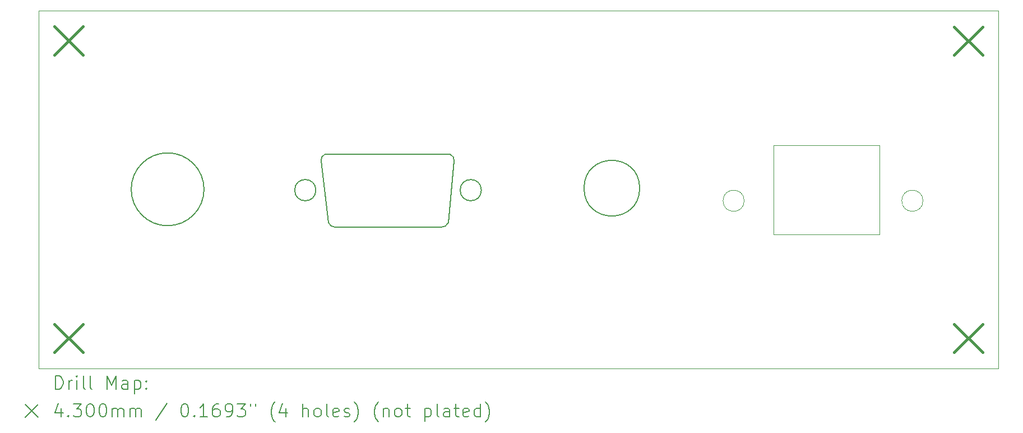
<source format=gbr>
%TF.GenerationSoftware,KiCad,Pcbnew,8.0.1*%
%TF.CreationDate,2025-07-27T10:49:00+02:00*%
%TF.ProjectId,SVX_Node_Case_back,5356585f-4e6f-4646-955f-436173655f62,rev?*%
%TF.SameCoordinates,Original*%
%TF.FileFunction,Drillmap*%
%TF.FilePolarity,Positive*%
%FSLAX45Y45*%
G04 Gerber Fmt 4.5, Leading zero omitted, Abs format (unit mm)*
G04 Created by KiCad (PCBNEW 8.0.1) date 2025-07-27 10:49:00*
%MOMM*%
%LPD*%
G01*
G04 APERTURE LIST*
%ADD10C,0.200000*%
%ADD11C,0.050000*%
%ADD12C,0.430000*%
G04 APERTURE END LIST*
D10*
X10551000Y-9697000D02*
G75*
G02*
X9451000Y-9697000I-550000J0D01*
G01*
X9451000Y-9697000D02*
G75*
G02*
X10551000Y-9697000I550000J0D01*
G01*
X14243974Y-10196681D02*
G75*
G02*
X14130000Y-10270002I-109984J45721D01*
G01*
D11*
X19150000Y-9030000D02*
X20750000Y-9030000D01*
X20750000Y-10380000D01*
X19150000Y-10380000D01*
X19150000Y-9030000D01*
D10*
X12319334Y-9270264D02*
G75*
G02*
X12376061Y-9169702I90936J14984D01*
G01*
X17131000Y-9680000D02*
G75*
G02*
X16291000Y-9680000I-420000J0D01*
G01*
X16291000Y-9680000D02*
G75*
G02*
X17131000Y-9680000I420000J0D01*
G01*
X12530000Y-10270000D02*
X14130000Y-10270000D01*
X14243974Y-10196681D02*
X14328000Y-9271000D01*
X14740000Y-9710000D02*
G75*
G02*
X14420000Y-9710000I-160000J0D01*
G01*
X14420000Y-9710000D02*
G75*
G02*
X14740000Y-9710000I160000J0D01*
G01*
X12376061Y-9169703D02*
X14270673Y-9170000D01*
X12240000Y-9710000D02*
G75*
G02*
X11920000Y-9710000I-160000J0D01*
G01*
X11920000Y-9710000D02*
G75*
G02*
X12240000Y-9710000I160000J0D01*
G01*
X12530000Y-10270000D02*
G75*
G02*
X12427380Y-10196745I7520J119040D01*
G01*
X14271000Y-9170000D02*
G75*
G02*
X14327729Y-9270561I-34210J-85580D01*
G01*
X12427377Y-10196747D02*
X12319334Y-9270264D01*
D11*
X18710000Y-9870000D02*
G75*
G02*
X18390000Y-9870000I-160000J0D01*
G01*
X18390000Y-9870000D02*
G75*
G02*
X18710000Y-9870000I160000J0D01*
G01*
X21410000Y-9870000D02*
G75*
G02*
X21090000Y-9870000I-160000J0D01*
G01*
X21090000Y-9870000D02*
G75*
G02*
X21410000Y-9870000I160000J0D01*
G01*
X8050000Y-7000000D02*
X22550000Y-7000000D01*
X22550000Y-12400000D01*
X8050000Y-12400000D01*
X8050000Y-7000000D01*
D10*
D12*
X8290000Y-7240000D02*
X8720000Y-7670000D01*
X8720000Y-7240000D02*
X8290000Y-7670000D01*
X8290000Y-11730000D02*
X8720000Y-12160000D01*
X8720000Y-11730000D02*
X8290000Y-12160000D01*
X21878000Y-11730000D02*
X22308000Y-12160000D01*
X22308000Y-11730000D02*
X21878000Y-12160000D01*
X21880000Y-7242500D02*
X22310000Y-7672500D01*
X22310000Y-7242500D02*
X21880000Y-7672500D01*
D10*
X8308277Y-12713984D02*
X8308277Y-12513984D01*
X8308277Y-12513984D02*
X8355896Y-12513984D01*
X8355896Y-12513984D02*
X8384467Y-12523508D01*
X8384467Y-12523508D02*
X8403515Y-12542555D01*
X8403515Y-12542555D02*
X8413039Y-12561603D01*
X8413039Y-12561603D02*
X8422563Y-12599698D01*
X8422563Y-12599698D02*
X8422563Y-12628269D01*
X8422563Y-12628269D02*
X8413039Y-12666365D01*
X8413039Y-12666365D02*
X8403515Y-12685412D01*
X8403515Y-12685412D02*
X8384467Y-12704460D01*
X8384467Y-12704460D02*
X8355896Y-12713984D01*
X8355896Y-12713984D02*
X8308277Y-12713984D01*
X8508277Y-12713984D02*
X8508277Y-12580650D01*
X8508277Y-12618746D02*
X8517801Y-12599698D01*
X8517801Y-12599698D02*
X8527324Y-12590174D01*
X8527324Y-12590174D02*
X8546372Y-12580650D01*
X8546372Y-12580650D02*
X8565420Y-12580650D01*
X8632086Y-12713984D02*
X8632086Y-12580650D01*
X8632086Y-12513984D02*
X8622563Y-12523508D01*
X8622563Y-12523508D02*
X8632086Y-12533031D01*
X8632086Y-12533031D02*
X8641610Y-12523508D01*
X8641610Y-12523508D02*
X8632086Y-12513984D01*
X8632086Y-12513984D02*
X8632086Y-12533031D01*
X8755896Y-12713984D02*
X8736848Y-12704460D01*
X8736848Y-12704460D02*
X8727324Y-12685412D01*
X8727324Y-12685412D02*
X8727324Y-12513984D01*
X8860658Y-12713984D02*
X8841610Y-12704460D01*
X8841610Y-12704460D02*
X8832086Y-12685412D01*
X8832086Y-12685412D02*
X8832086Y-12513984D01*
X9089229Y-12713984D02*
X9089229Y-12513984D01*
X9089229Y-12513984D02*
X9155896Y-12656841D01*
X9155896Y-12656841D02*
X9222563Y-12513984D01*
X9222563Y-12513984D02*
X9222563Y-12713984D01*
X9403515Y-12713984D02*
X9403515Y-12609222D01*
X9403515Y-12609222D02*
X9393991Y-12590174D01*
X9393991Y-12590174D02*
X9374944Y-12580650D01*
X9374944Y-12580650D02*
X9336848Y-12580650D01*
X9336848Y-12580650D02*
X9317801Y-12590174D01*
X9403515Y-12704460D02*
X9384467Y-12713984D01*
X9384467Y-12713984D02*
X9336848Y-12713984D01*
X9336848Y-12713984D02*
X9317801Y-12704460D01*
X9317801Y-12704460D02*
X9308277Y-12685412D01*
X9308277Y-12685412D02*
X9308277Y-12666365D01*
X9308277Y-12666365D02*
X9317801Y-12647317D01*
X9317801Y-12647317D02*
X9336848Y-12637793D01*
X9336848Y-12637793D02*
X9384467Y-12637793D01*
X9384467Y-12637793D02*
X9403515Y-12628269D01*
X9498753Y-12580650D02*
X9498753Y-12780650D01*
X9498753Y-12590174D02*
X9517801Y-12580650D01*
X9517801Y-12580650D02*
X9555896Y-12580650D01*
X9555896Y-12580650D02*
X9574944Y-12590174D01*
X9574944Y-12590174D02*
X9584467Y-12599698D01*
X9584467Y-12599698D02*
X9593991Y-12618746D01*
X9593991Y-12618746D02*
X9593991Y-12675888D01*
X9593991Y-12675888D02*
X9584467Y-12694936D01*
X9584467Y-12694936D02*
X9574944Y-12704460D01*
X9574944Y-12704460D02*
X9555896Y-12713984D01*
X9555896Y-12713984D02*
X9517801Y-12713984D01*
X9517801Y-12713984D02*
X9498753Y-12704460D01*
X9679705Y-12694936D02*
X9689229Y-12704460D01*
X9689229Y-12704460D02*
X9679705Y-12713984D01*
X9679705Y-12713984D02*
X9670182Y-12704460D01*
X9670182Y-12704460D02*
X9679705Y-12694936D01*
X9679705Y-12694936D02*
X9679705Y-12713984D01*
X9679705Y-12590174D02*
X9689229Y-12599698D01*
X9689229Y-12599698D02*
X9679705Y-12609222D01*
X9679705Y-12609222D02*
X9670182Y-12599698D01*
X9670182Y-12599698D02*
X9679705Y-12590174D01*
X9679705Y-12590174D02*
X9679705Y-12609222D01*
X7847500Y-12942500D02*
X8047500Y-13142500D01*
X8047500Y-12942500D02*
X7847500Y-13142500D01*
X8393991Y-13000650D02*
X8393991Y-13133984D01*
X8346372Y-12924460D02*
X8298753Y-13067317D01*
X8298753Y-13067317D02*
X8422563Y-13067317D01*
X8498753Y-13114936D02*
X8508277Y-13124460D01*
X8508277Y-13124460D02*
X8498753Y-13133984D01*
X8498753Y-13133984D02*
X8489229Y-13124460D01*
X8489229Y-13124460D02*
X8498753Y-13114936D01*
X8498753Y-13114936D02*
X8498753Y-13133984D01*
X8574944Y-12933984D02*
X8698753Y-12933984D01*
X8698753Y-12933984D02*
X8632086Y-13010174D01*
X8632086Y-13010174D02*
X8660658Y-13010174D01*
X8660658Y-13010174D02*
X8679705Y-13019698D01*
X8679705Y-13019698D02*
X8689229Y-13029222D01*
X8689229Y-13029222D02*
X8698753Y-13048269D01*
X8698753Y-13048269D02*
X8698753Y-13095888D01*
X8698753Y-13095888D02*
X8689229Y-13114936D01*
X8689229Y-13114936D02*
X8679705Y-13124460D01*
X8679705Y-13124460D02*
X8660658Y-13133984D01*
X8660658Y-13133984D02*
X8603515Y-13133984D01*
X8603515Y-13133984D02*
X8584467Y-13124460D01*
X8584467Y-13124460D02*
X8574944Y-13114936D01*
X8822563Y-12933984D02*
X8841610Y-12933984D01*
X8841610Y-12933984D02*
X8860658Y-12943508D01*
X8860658Y-12943508D02*
X8870182Y-12953031D01*
X8870182Y-12953031D02*
X8879705Y-12972079D01*
X8879705Y-12972079D02*
X8889229Y-13010174D01*
X8889229Y-13010174D02*
X8889229Y-13057793D01*
X8889229Y-13057793D02*
X8879705Y-13095888D01*
X8879705Y-13095888D02*
X8870182Y-13114936D01*
X8870182Y-13114936D02*
X8860658Y-13124460D01*
X8860658Y-13124460D02*
X8841610Y-13133984D01*
X8841610Y-13133984D02*
X8822563Y-13133984D01*
X8822563Y-13133984D02*
X8803515Y-13124460D01*
X8803515Y-13124460D02*
X8793991Y-13114936D01*
X8793991Y-13114936D02*
X8784467Y-13095888D01*
X8784467Y-13095888D02*
X8774944Y-13057793D01*
X8774944Y-13057793D02*
X8774944Y-13010174D01*
X8774944Y-13010174D02*
X8784467Y-12972079D01*
X8784467Y-12972079D02*
X8793991Y-12953031D01*
X8793991Y-12953031D02*
X8803515Y-12943508D01*
X8803515Y-12943508D02*
X8822563Y-12933984D01*
X9013039Y-12933984D02*
X9032086Y-12933984D01*
X9032086Y-12933984D02*
X9051134Y-12943508D01*
X9051134Y-12943508D02*
X9060658Y-12953031D01*
X9060658Y-12953031D02*
X9070182Y-12972079D01*
X9070182Y-12972079D02*
X9079705Y-13010174D01*
X9079705Y-13010174D02*
X9079705Y-13057793D01*
X9079705Y-13057793D02*
X9070182Y-13095888D01*
X9070182Y-13095888D02*
X9060658Y-13114936D01*
X9060658Y-13114936D02*
X9051134Y-13124460D01*
X9051134Y-13124460D02*
X9032086Y-13133984D01*
X9032086Y-13133984D02*
X9013039Y-13133984D01*
X9013039Y-13133984D02*
X8993991Y-13124460D01*
X8993991Y-13124460D02*
X8984467Y-13114936D01*
X8984467Y-13114936D02*
X8974944Y-13095888D01*
X8974944Y-13095888D02*
X8965420Y-13057793D01*
X8965420Y-13057793D02*
X8965420Y-13010174D01*
X8965420Y-13010174D02*
X8974944Y-12972079D01*
X8974944Y-12972079D02*
X8984467Y-12953031D01*
X8984467Y-12953031D02*
X8993991Y-12943508D01*
X8993991Y-12943508D02*
X9013039Y-12933984D01*
X9165420Y-13133984D02*
X9165420Y-13000650D01*
X9165420Y-13019698D02*
X9174944Y-13010174D01*
X9174944Y-13010174D02*
X9193991Y-13000650D01*
X9193991Y-13000650D02*
X9222563Y-13000650D01*
X9222563Y-13000650D02*
X9241610Y-13010174D01*
X9241610Y-13010174D02*
X9251134Y-13029222D01*
X9251134Y-13029222D02*
X9251134Y-13133984D01*
X9251134Y-13029222D02*
X9260658Y-13010174D01*
X9260658Y-13010174D02*
X9279705Y-13000650D01*
X9279705Y-13000650D02*
X9308277Y-13000650D01*
X9308277Y-13000650D02*
X9327325Y-13010174D01*
X9327325Y-13010174D02*
X9336848Y-13029222D01*
X9336848Y-13029222D02*
X9336848Y-13133984D01*
X9432086Y-13133984D02*
X9432086Y-13000650D01*
X9432086Y-13019698D02*
X9441610Y-13010174D01*
X9441610Y-13010174D02*
X9460658Y-13000650D01*
X9460658Y-13000650D02*
X9489229Y-13000650D01*
X9489229Y-13000650D02*
X9508277Y-13010174D01*
X9508277Y-13010174D02*
X9517801Y-13029222D01*
X9517801Y-13029222D02*
X9517801Y-13133984D01*
X9517801Y-13029222D02*
X9527325Y-13010174D01*
X9527325Y-13010174D02*
X9546372Y-13000650D01*
X9546372Y-13000650D02*
X9574944Y-13000650D01*
X9574944Y-13000650D02*
X9593991Y-13010174D01*
X9593991Y-13010174D02*
X9603515Y-13029222D01*
X9603515Y-13029222D02*
X9603515Y-13133984D01*
X9993991Y-12924460D02*
X9822563Y-13181603D01*
X10251134Y-12933984D02*
X10270182Y-12933984D01*
X10270182Y-12933984D02*
X10289229Y-12943508D01*
X10289229Y-12943508D02*
X10298753Y-12953031D01*
X10298753Y-12953031D02*
X10308277Y-12972079D01*
X10308277Y-12972079D02*
X10317801Y-13010174D01*
X10317801Y-13010174D02*
X10317801Y-13057793D01*
X10317801Y-13057793D02*
X10308277Y-13095888D01*
X10308277Y-13095888D02*
X10298753Y-13114936D01*
X10298753Y-13114936D02*
X10289229Y-13124460D01*
X10289229Y-13124460D02*
X10270182Y-13133984D01*
X10270182Y-13133984D02*
X10251134Y-13133984D01*
X10251134Y-13133984D02*
X10232087Y-13124460D01*
X10232087Y-13124460D02*
X10222563Y-13114936D01*
X10222563Y-13114936D02*
X10213039Y-13095888D01*
X10213039Y-13095888D02*
X10203515Y-13057793D01*
X10203515Y-13057793D02*
X10203515Y-13010174D01*
X10203515Y-13010174D02*
X10213039Y-12972079D01*
X10213039Y-12972079D02*
X10222563Y-12953031D01*
X10222563Y-12953031D02*
X10232087Y-12943508D01*
X10232087Y-12943508D02*
X10251134Y-12933984D01*
X10403515Y-13114936D02*
X10413039Y-13124460D01*
X10413039Y-13124460D02*
X10403515Y-13133984D01*
X10403515Y-13133984D02*
X10393991Y-13124460D01*
X10393991Y-13124460D02*
X10403515Y-13114936D01*
X10403515Y-13114936D02*
X10403515Y-13133984D01*
X10603515Y-13133984D02*
X10489229Y-13133984D01*
X10546372Y-13133984D02*
X10546372Y-12933984D01*
X10546372Y-12933984D02*
X10527325Y-12962555D01*
X10527325Y-12962555D02*
X10508277Y-12981603D01*
X10508277Y-12981603D02*
X10489229Y-12991127D01*
X10774944Y-12933984D02*
X10736848Y-12933984D01*
X10736848Y-12933984D02*
X10717801Y-12943508D01*
X10717801Y-12943508D02*
X10708277Y-12953031D01*
X10708277Y-12953031D02*
X10689229Y-12981603D01*
X10689229Y-12981603D02*
X10679706Y-13019698D01*
X10679706Y-13019698D02*
X10679706Y-13095888D01*
X10679706Y-13095888D02*
X10689229Y-13114936D01*
X10689229Y-13114936D02*
X10698753Y-13124460D01*
X10698753Y-13124460D02*
X10717801Y-13133984D01*
X10717801Y-13133984D02*
X10755896Y-13133984D01*
X10755896Y-13133984D02*
X10774944Y-13124460D01*
X10774944Y-13124460D02*
X10784468Y-13114936D01*
X10784468Y-13114936D02*
X10793991Y-13095888D01*
X10793991Y-13095888D02*
X10793991Y-13048269D01*
X10793991Y-13048269D02*
X10784468Y-13029222D01*
X10784468Y-13029222D02*
X10774944Y-13019698D01*
X10774944Y-13019698D02*
X10755896Y-13010174D01*
X10755896Y-13010174D02*
X10717801Y-13010174D01*
X10717801Y-13010174D02*
X10698753Y-13019698D01*
X10698753Y-13019698D02*
X10689229Y-13029222D01*
X10689229Y-13029222D02*
X10679706Y-13048269D01*
X10889229Y-13133984D02*
X10927325Y-13133984D01*
X10927325Y-13133984D02*
X10946372Y-13124460D01*
X10946372Y-13124460D02*
X10955896Y-13114936D01*
X10955896Y-13114936D02*
X10974944Y-13086365D01*
X10974944Y-13086365D02*
X10984468Y-13048269D01*
X10984468Y-13048269D02*
X10984468Y-12972079D01*
X10984468Y-12972079D02*
X10974944Y-12953031D01*
X10974944Y-12953031D02*
X10965420Y-12943508D01*
X10965420Y-12943508D02*
X10946372Y-12933984D01*
X10946372Y-12933984D02*
X10908277Y-12933984D01*
X10908277Y-12933984D02*
X10889229Y-12943508D01*
X10889229Y-12943508D02*
X10879706Y-12953031D01*
X10879706Y-12953031D02*
X10870182Y-12972079D01*
X10870182Y-12972079D02*
X10870182Y-13019698D01*
X10870182Y-13019698D02*
X10879706Y-13038746D01*
X10879706Y-13038746D02*
X10889229Y-13048269D01*
X10889229Y-13048269D02*
X10908277Y-13057793D01*
X10908277Y-13057793D02*
X10946372Y-13057793D01*
X10946372Y-13057793D02*
X10965420Y-13048269D01*
X10965420Y-13048269D02*
X10974944Y-13038746D01*
X10974944Y-13038746D02*
X10984468Y-13019698D01*
X11051134Y-12933984D02*
X11174944Y-12933984D01*
X11174944Y-12933984D02*
X11108277Y-13010174D01*
X11108277Y-13010174D02*
X11136849Y-13010174D01*
X11136849Y-13010174D02*
X11155896Y-13019698D01*
X11155896Y-13019698D02*
X11165420Y-13029222D01*
X11165420Y-13029222D02*
X11174944Y-13048269D01*
X11174944Y-13048269D02*
X11174944Y-13095888D01*
X11174944Y-13095888D02*
X11165420Y-13114936D01*
X11165420Y-13114936D02*
X11155896Y-13124460D01*
X11155896Y-13124460D02*
X11136849Y-13133984D01*
X11136849Y-13133984D02*
X11079706Y-13133984D01*
X11079706Y-13133984D02*
X11060658Y-13124460D01*
X11060658Y-13124460D02*
X11051134Y-13114936D01*
X11251134Y-12933984D02*
X11251134Y-12972079D01*
X11327325Y-12933984D02*
X11327325Y-12972079D01*
X11622563Y-13210174D02*
X11613039Y-13200650D01*
X11613039Y-13200650D02*
X11593991Y-13172079D01*
X11593991Y-13172079D02*
X11584468Y-13153031D01*
X11584468Y-13153031D02*
X11574944Y-13124460D01*
X11574944Y-13124460D02*
X11565420Y-13076841D01*
X11565420Y-13076841D02*
X11565420Y-13038746D01*
X11565420Y-13038746D02*
X11574944Y-12991127D01*
X11574944Y-12991127D02*
X11584468Y-12962555D01*
X11584468Y-12962555D02*
X11593991Y-12943508D01*
X11593991Y-12943508D02*
X11613039Y-12914936D01*
X11613039Y-12914936D02*
X11622563Y-12905412D01*
X11784468Y-13000650D02*
X11784468Y-13133984D01*
X11736848Y-12924460D02*
X11689229Y-13067317D01*
X11689229Y-13067317D02*
X11813039Y-13067317D01*
X12041610Y-13133984D02*
X12041610Y-12933984D01*
X12127325Y-13133984D02*
X12127325Y-13029222D01*
X12127325Y-13029222D02*
X12117801Y-13010174D01*
X12117801Y-13010174D02*
X12098753Y-13000650D01*
X12098753Y-13000650D02*
X12070182Y-13000650D01*
X12070182Y-13000650D02*
X12051134Y-13010174D01*
X12051134Y-13010174D02*
X12041610Y-13019698D01*
X12251134Y-13133984D02*
X12232087Y-13124460D01*
X12232087Y-13124460D02*
X12222563Y-13114936D01*
X12222563Y-13114936D02*
X12213039Y-13095888D01*
X12213039Y-13095888D02*
X12213039Y-13038746D01*
X12213039Y-13038746D02*
X12222563Y-13019698D01*
X12222563Y-13019698D02*
X12232087Y-13010174D01*
X12232087Y-13010174D02*
X12251134Y-13000650D01*
X12251134Y-13000650D02*
X12279706Y-13000650D01*
X12279706Y-13000650D02*
X12298753Y-13010174D01*
X12298753Y-13010174D02*
X12308277Y-13019698D01*
X12308277Y-13019698D02*
X12317801Y-13038746D01*
X12317801Y-13038746D02*
X12317801Y-13095888D01*
X12317801Y-13095888D02*
X12308277Y-13114936D01*
X12308277Y-13114936D02*
X12298753Y-13124460D01*
X12298753Y-13124460D02*
X12279706Y-13133984D01*
X12279706Y-13133984D02*
X12251134Y-13133984D01*
X12432087Y-13133984D02*
X12413039Y-13124460D01*
X12413039Y-13124460D02*
X12403515Y-13105412D01*
X12403515Y-13105412D02*
X12403515Y-12933984D01*
X12584468Y-13124460D02*
X12565420Y-13133984D01*
X12565420Y-13133984D02*
X12527325Y-13133984D01*
X12527325Y-13133984D02*
X12508277Y-13124460D01*
X12508277Y-13124460D02*
X12498753Y-13105412D01*
X12498753Y-13105412D02*
X12498753Y-13029222D01*
X12498753Y-13029222D02*
X12508277Y-13010174D01*
X12508277Y-13010174D02*
X12527325Y-13000650D01*
X12527325Y-13000650D02*
X12565420Y-13000650D01*
X12565420Y-13000650D02*
X12584468Y-13010174D01*
X12584468Y-13010174D02*
X12593991Y-13029222D01*
X12593991Y-13029222D02*
X12593991Y-13048269D01*
X12593991Y-13048269D02*
X12498753Y-13067317D01*
X12670182Y-13124460D02*
X12689230Y-13133984D01*
X12689230Y-13133984D02*
X12727325Y-13133984D01*
X12727325Y-13133984D02*
X12746372Y-13124460D01*
X12746372Y-13124460D02*
X12755896Y-13105412D01*
X12755896Y-13105412D02*
X12755896Y-13095888D01*
X12755896Y-13095888D02*
X12746372Y-13076841D01*
X12746372Y-13076841D02*
X12727325Y-13067317D01*
X12727325Y-13067317D02*
X12698753Y-13067317D01*
X12698753Y-13067317D02*
X12679706Y-13057793D01*
X12679706Y-13057793D02*
X12670182Y-13038746D01*
X12670182Y-13038746D02*
X12670182Y-13029222D01*
X12670182Y-13029222D02*
X12679706Y-13010174D01*
X12679706Y-13010174D02*
X12698753Y-13000650D01*
X12698753Y-13000650D02*
X12727325Y-13000650D01*
X12727325Y-13000650D02*
X12746372Y-13010174D01*
X12822563Y-13210174D02*
X12832087Y-13200650D01*
X12832087Y-13200650D02*
X12851134Y-13172079D01*
X12851134Y-13172079D02*
X12860658Y-13153031D01*
X12860658Y-13153031D02*
X12870182Y-13124460D01*
X12870182Y-13124460D02*
X12879706Y-13076841D01*
X12879706Y-13076841D02*
X12879706Y-13038746D01*
X12879706Y-13038746D02*
X12870182Y-12991127D01*
X12870182Y-12991127D02*
X12860658Y-12962555D01*
X12860658Y-12962555D02*
X12851134Y-12943508D01*
X12851134Y-12943508D02*
X12832087Y-12914936D01*
X12832087Y-12914936D02*
X12822563Y-12905412D01*
X13184468Y-13210174D02*
X13174944Y-13200650D01*
X13174944Y-13200650D02*
X13155896Y-13172079D01*
X13155896Y-13172079D02*
X13146372Y-13153031D01*
X13146372Y-13153031D02*
X13136849Y-13124460D01*
X13136849Y-13124460D02*
X13127325Y-13076841D01*
X13127325Y-13076841D02*
X13127325Y-13038746D01*
X13127325Y-13038746D02*
X13136849Y-12991127D01*
X13136849Y-12991127D02*
X13146372Y-12962555D01*
X13146372Y-12962555D02*
X13155896Y-12943508D01*
X13155896Y-12943508D02*
X13174944Y-12914936D01*
X13174944Y-12914936D02*
X13184468Y-12905412D01*
X13260658Y-13000650D02*
X13260658Y-13133984D01*
X13260658Y-13019698D02*
X13270182Y-13010174D01*
X13270182Y-13010174D02*
X13289230Y-13000650D01*
X13289230Y-13000650D02*
X13317801Y-13000650D01*
X13317801Y-13000650D02*
X13336849Y-13010174D01*
X13336849Y-13010174D02*
X13346372Y-13029222D01*
X13346372Y-13029222D02*
X13346372Y-13133984D01*
X13470182Y-13133984D02*
X13451134Y-13124460D01*
X13451134Y-13124460D02*
X13441611Y-13114936D01*
X13441611Y-13114936D02*
X13432087Y-13095888D01*
X13432087Y-13095888D02*
X13432087Y-13038746D01*
X13432087Y-13038746D02*
X13441611Y-13019698D01*
X13441611Y-13019698D02*
X13451134Y-13010174D01*
X13451134Y-13010174D02*
X13470182Y-13000650D01*
X13470182Y-13000650D02*
X13498753Y-13000650D01*
X13498753Y-13000650D02*
X13517801Y-13010174D01*
X13517801Y-13010174D02*
X13527325Y-13019698D01*
X13527325Y-13019698D02*
X13536849Y-13038746D01*
X13536849Y-13038746D02*
X13536849Y-13095888D01*
X13536849Y-13095888D02*
X13527325Y-13114936D01*
X13527325Y-13114936D02*
X13517801Y-13124460D01*
X13517801Y-13124460D02*
X13498753Y-13133984D01*
X13498753Y-13133984D02*
X13470182Y-13133984D01*
X13593992Y-13000650D02*
X13670182Y-13000650D01*
X13622563Y-12933984D02*
X13622563Y-13105412D01*
X13622563Y-13105412D02*
X13632087Y-13124460D01*
X13632087Y-13124460D02*
X13651134Y-13133984D01*
X13651134Y-13133984D02*
X13670182Y-13133984D01*
X13889230Y-13000650D02*
X13889230Y-13200650D01*
X13889230Y-13010174D02*
X13908277Y-13000650D01*
X13908277Y-13000650D02*
X13946373Y-13000650D01*
X13946373Y-13000650D02*
X13965420Y-13010174D01*
X13965420Y-13010174D02*
X13974944Y-13019698D01*
X13974944Y-13019698D02*
X13984468Y-13038746D01*
X13984468Y-13038746D02*
X13984468Y-13095888D01*
X13984468Y-13095888D02*
X13974944Y-13114936D01*
X13974944Y-13114936D02*
X13965420Y-13124460D01*
X13965420Y-13124460D02*
X13946373Y-13133984D01*
X13946373Y-13133984D02*
X13908277Y-13133984D01*
X13908277Y-13133984D02*
X13889230Y-13124460D01*
X14098753Y-13133984D02*
X14079706Y-13124460D01*
X14079706Y-13124460D02*
X14070182Y-13105412D01*
X14070182Y-13105412D02*
X14070182Y-12933984D01*
X14260658Y-13133984D02*
X14260658Y-13029222D01*
X14260658Y-13029222D02*
X14251134Y-13010174D01*
X14251134Y-13010174D02*
X14232087Y-13000650D01*
X14232087Y-13000650D02*
X14193992Y-13000650D01*
X14193992Y-13000650D02*
X14174944Y-13010174D01*
X14260658Y-13124460D02*
X14241611Y-13133984D01*
X14241611Y-13133984D02*
X14193992Y-13133984D01*
X14193992Y-13133984D02*
X14174944Y-13124460D01*
X14174944Y-13124460D02*
X14165420Y-13105412D01*
X14165420Y-13105412D02*
X14165420Y-13086365D01*
X14165420Y-13086365D02*
X14174944Y-13067317D01*
X14174944Y-13067317D02*
X14193992Y-13057793D01*
X14193992Y-13057793D02*
X14241611Y-13057793D01*
X14241611Y-13057793D02*
X14260658Y-13048269D01*
X14327325Y-13000650D02*
X14403515Y-13000650D01*
X14355896Y-12933984D02*
X14355896Y-13105412D01*
X14355896Y-13105412D02*
X14365420Y-13124460D01*
X14365420Y-13124460D02*
X14384468Y-13133984D01*
X14384468Y-13133984D02*
X14403515Y-13133984D01*
X14546373Y-13124460D02*
X14527325Y-13133984D01*
X14527325Y-13133984D02*
X14489230Y-13133984D01*
X14489230Y-13133984D02*
X14470182Y-13124460D01*
X14470182Y-13124460D02*
X14460658Y-13105412D01*
X14460658Y-13105412D02*
X14460658Y-13029222D01*
X14460658Y-13029222D02*
X14470182Y-13010174D01*
X14470182Y-13010174D02*
X14489230Y-13000650D01*
X14489230Y-13000650D02*
X14527325Y-13000650D01*
X14527325Y-13000650D02*
X14546373Y-13010174D01*
X14546373Y-13010174D02*
X14555896Y-13029222D01*
X14555896Y-13029222D02*
X14555896Y-13048269D01*
X14555896Y-13048269D02*
X14460658Y-13067317D01*
X14727325Y-13133984D02*
X14727325Y-12933984D01*
X14727325Y-13124460D02*
X14708277Y-13133984D01*
X14708277Y-13133984D02*
X14670182Y-13133984D01*
X14670182Y-13133984D02*
X14651134Y-13124460D01*
X14651134Y-13124460D02*
X14641611Y-13114936D01*
X14641611Y-13114936D02*
X14632087Y-13095888D01*
X14632087Y-13095888D02*
X14632087Y-13038746D01*
X14632087Y-13038746D02*
X14641611Y-13019698D01*
X14641611Y-13019698D02*
X14651134Y-13010174D01*
X14651134Y-13010174D02*
X14670182Y-13000650D01*
X14670182Y-13000650D02*
X14708277Y-13000650D01*
X14708277Y-13000650D02*
X14727325Y-13010174D01*
X14803515Y-13210174D02*
X14813039Y-13200650D01*
X14813039Y-13200650D02*
X14832087Y-13172079D01*
X14832087Y-13172079D02*
X14841611Y-13153031D01*
X14841611Y-13153031D02*
X14851134Y-13124460D01*
X14851134Y-13124460D02*
X14860658Y-13076841D01*
X14860658Y-13076841D02*
X14860658Y-13038746D01*
X14860658Y-13038746D02*
X14851134Y-12991127D01*
X14851134Y-12991127D02*
X14841611Y-12962555D01*
X14841611Y-12962555D02*
X14832087Y-12943508D01*
X14832087Y-12943508D02*
X14813039Y-12914936D01*
X14813039Y-12914936D02*
X14803515Y-12905412D01*
M02*

</source>
